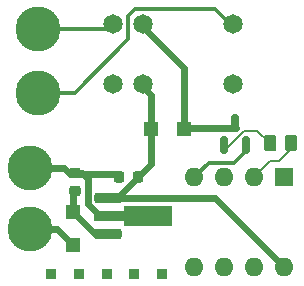
<source format=gbr>
%TF.GenerationSoftware,KiCad,Pcbnew,8.0.1*%
%TF.CreationDate,2024-12-19T13:08:10+01:00*%
%TF.ProjectId,on_off_switch,6f6e5f6f-6666-45f7-9377-697463682e6b,rev?*%
%TF.SameCoordinates,Original*%
%TF.FileFunction,Copper,L1,Top*%
%TF.FilePolarity,Positive*%
%FSLAX46Y46*%
G04 Gerber Fmt 4.6, Leading zero omitted, Abs format (unit mm)*
G04 Created by KiCad (PCBNEW 8.0.1) date 2024-12-19 13:08:10*
%MOMM*%
%LPD*%
G01*
G04 APERTURE LIST*
G04 Aperture macros list*
%AMRoundRect*
0 Rectangle with rounded corners*
0 $1 Rounding radius*
0 $2 $3 $4 $5 $6 $7 $8 $9 X,Y pos of 4 corners*
0 Add a 4 corners polygon primitive as box body*
4,1,4,$2,$3,$4,$5,$6,$7,$8,$9,$2,$3,0*
0 Add four circle primitives for the rounded corners*
1,1,$1+$1,$2,$3*
1,1,$1+$1,$4,$5*
1,1,$1+$1,$6,$7*
1,1,$1+$1,$8,$9*
0 Add four rect primitives between the rounded corners*
20,1,$1+$1,$2,$3,$4,$5,0*
20,1,$1+$1,$4,$5,$6,$7,0*
20,1,$1+$1,$6,$7,$8,$9,0*
20,1,$1+$1,$8,$9,$2,$3,0*%
%AMFreePoly0*
4,1,9,5.362500,-0.866500,1.237500,-0.866500,1.237500,-0.450000,-1.237500,-0.450000,-1.237500,0.450000,1.237500,0.450000,1.237500,0.866500,5.362500,0.866500,5.362500,-0.866500,5.362500,-0.866500,$1*%
G04 Aperture macros list end*
%TA.AperFunction,ComponentPad*%
%ADD10C,3.800000*%
%TD*%
%TA.AperFunction,SMDPad,CuDef*%
%ADD11RoundRect,0.250000X0.262500X0.450000X-0.262500X0.450000X-0.262500X-0.450000X0.262500X-0.450000X0*%
%TD*%
%TA.AperFunction,SMDPad,CuDef*%
%ADD12RoundRect,0.150000X0.150000X-0.587500X0.150000X0.587500X-0.150000X0.587500X-0.150000X-0.587500X0*%
%TD*%
%TA.AperFunction,ComponentPad*%
%ADD13R,0.850000X0.850000*%
%TD*%
%TA.AperFunction,ComponentPad*%
%ADD14C,1.650000*%
%TD*%
%TA.AperFunction,SMDPad,CuDef*%
%ADD15RoundRect,0.225000X0.250000X-0.225000X0.250000X0.225000X-0.250000X0.225000X-0.250000X-0.225000X0*%
%TD*%
%TA.AperFunction,SMDPad,CuDef*%
%ADD16RoundRect,0.225000X-0.925000X-0.225000X0.925000X-0.225000X0.925000X0.225000X-0.925000X0.225000X0*%
%TD*%
%TA.AperFunction,SMDPad,CuDef*%
%ADD17FreePoly0,0.000000*%
%TD*%
%TA.AperFunction,SMDPad,CuDef*%
%ADD18RoundRect,0.225000X0.225000X0.250000X-0.225000X0.250000X-0.225000X-0.250000X0.225000X-0.250000X0*%
%TD*%
%TA.AperFunction,ComponentPad*%
%ADD19R,1.600000X1.600000*%
%TD*%
%TA.AperFunction,ComponentPad*%
%ADD20O,1.600000X1.600000*%
%TD*%
%TA.AperFunction,SMDPad,CuDef*%
%ADD21R,1.200000X1.200000*%
%TD*%
%TA.AperFunction,Conductor*%
%ADD22C,0.600000*%
%TD*%
%TA.AperFunction,Conductor*%
%ADD23C,0.200000*%
%TD*%
%TA.AperFunction,Conductor*%
%ADD24C,0.350000*%
%TD*%
G04 APERTURE END LIST*
D10*
%TO.P,+12V,1,1*%
%TO.N,+12V*%
X118110000Y-67560000D03*
%TD*%
D11*
%TO.P,R1,1*%
%TO.N,base_signal*%
X140222500Y-60240000D03*
%TO.P,R1,2*%
%TO.N,Net-(Q1-B)*%
X138397500Y-60240000D03*
%TD*%
D12*
%TO.P,Q1,1,B*%
%TO.N,Net-(Q1-B)*%
X134540000Y-60405000D03*
%TO.P,Q1,2,E*%
%TO.N,GND*%
X136440000Y-60405000D03*
%TO.P,Q1,3,C*%
%TO.N,Net-(D1-A)*%
X135490000Y-58530000D03*
%TD*%
D10*
%TO.P,GND,1,1*%
%TO.N,GND*%
X118090000Y-62330000D03*
%TD*%
D13*
%TO.P,PB1,1,1*%
%TO.N,Net-(U1-PB1)*%
X126950000Y-71350000D03*
%TD*%
D14*
%TO.P,K1,1,NC*%
%TO.N,unconnected-(K1-NC-Pad1)*%
X125185000Y-55240000D03*
%TO.P,K1,2,COIL_1*%
%TO.N,+5V*%
X127725000Y-55240000D03*
%TO.P,K1,3,COM_1*%
%TO.N,unconnected-(K1-COM_1-Pad3)*%
X135345000Y-55240000D03*
%TO.P,K1,4,COM_2*%
%TO.N,MCU_PIN_AS&G*%
X135345000Y-50160000D03*
%TO.P,K1,5,COIL_2*%
%TO.N,Net-(D1-A)*%
X127725000Y-50160000D03*
%TO.P,K1,6,NO*%
%TO.N,12VSIGNAL_PIN_AS&G*%
X125185000Y-50160000D03*
%TD*%
D15*
%TO.P,C1,1*%
%TO.N,Net-(D2-K)*%
X121950000Y-64355000D03*
%TO.P,C1,2*%
%TO.N,GND*%
X121950000Y-62805000D03*
%TD*%
D16*
%TO.P,U2,1,OUT*%
%TO.N,+5V*%
X124740000Y-64930000D03*
D17*
%TO.P,U2,2,GND*%
%TO.N,GND*%
X124827500Y-66430000D03*
D16*
%TO.P,U2,3,IN*%
%TO.N,Net-(D2-K)*%
X124740000Y-67930000D03*
%TD*%
D10*
%TO.P,NO,1,1*%
%TO.N,12VSIGNAL_PIN_AS&G*%
X118777500Y-50630000D03*
%TD*%
%TO.P,COM,1,1*%
%TO.N,MCU_PIN_AS&G*%
X118777500Y-55980000D03*
%TD*%
D18*
%TO.P,C2,1*%
%TO.N,+5V*%
X127225000Y-63160000D03*
%TO.P,C2,2*%
%TO.N,GND*%
X125675000Y-63160000D03*
%TD*%
D13*
%TO.P,PB4,1,1*%
%TO.N,Net-(U1-PB4)*%
X119920000Y-71350000D03*
%TD*%
%TO.P,PB0,1,1*%
%TO.N,Net-(U1-PB0)*%
X129290000Y-71350000D03*
%TD*%
D19*
%TO.P,U1,1,~{RESET}/PB5*%
%TO.N,Net-(U1-~{RESET}{slash}PB5)*%
X139660000Y-63140000D03*
D20*
%TO.P,U1,2,PB3*%
%TO.N,base_signal*%
X137120000Y-63140000D03*
%TO.P,U1,3,PB4*%
%TO.N,Net-(U1-PB4)*%
X134580000Y-63140000D03*
%TO.P,U1,4,GND*%
%TO.N,GND*%
X132040000Y-63140000D03*
%TO.P,U1,5,PB0*%
%TO.N,Net-(U1-PB0)*%
X132040000Y-70760000D03*
%TO.P,U1,6,PB1*%
%TO.N,Net-(U1-PB1)*%
X134580000Y-70760000D03*
%TO.P,U1,7,PB2*%
%TO.N,Net-(U1-PB2)*%
X137120000Y-70760000D03*
%TO.P,U1,8,VCC*%
%TO.N,+5V*%
X139660000Y-70760000D03*
%TD*%
D13*
%TO.P,PB5,1,1*%
%TO.N,Net-(U1-~{RESET}{slash}PB5)*%
X122260000Y-71350000D03*
%TD*%
D21*
%TO.P,D2,1,K*%
%TO.N,Net-(D2-K)*%
X121730000Y-66080000D03*
%TO.P,D2,2,A*%
%TO.N,+12V*%
X121730000Y-68880000D03*
%TD*%
%TO.P,D1,1,K*%
%TO.N,+5V*%
X128350000Y-59110000D03*
%TO.P,D1,2,A*%
%TO.N,Net-(D1-A)*%
X131150000Y-59110000D03*
%TD*%
D13*
%TO.P,PB2,1,1*%
%TO.N,Net-(U1-PB2)*%
X124600000Y-71360000D03*
%TD*%
D22*
%TO.N,GND*%
X123050000Y-65421540D02*
X124058460Y-66430000D01*
X123050000Y-63310000D02*
X123050000Y-65421540D01*
X122545000Y-62805000D02*
X123050000Y-63310000D01*
X124058460Y-66430000D02*
X124827500Y-66430000D01*
X121950000Y-62805000D02*
X122545000Y-62805000D01*
X118580000Y-62330000D02*
X118580000Y-63140000D01*
X120980000Y-62330000D02*
X118580000Y-62330000D01*
X121530000Y-62880000D02*
X120980000Y-62330000D01*
X125675000Y-63160000D02*
X125395000Y-62880000D01*
X125395000Y-62880000D02*
X121530000Y-62880000D01*
D23*
%TO.N,Net-(Q1-B)*%
X137357500Y-59200000D02*
X138397500Y-60240000D01*
X134880000Y-60586948D02*
X136266948Y-59200000D01*
X136266948Y-59200000D02*
X137357500Y-59200000D01*
D24*
%TO.N,MCU_PIN_AS&G*%
X127020000Y-48900000D02*
X133750000Y-48900000D01*
X133750000Y-48900000D02*
X135310000Y-50460000D01*
X121910000Y-55980000D02*
X126430000Y-51460000D01*
X126430000Y-51460000D02*
X126430000Y-49490000D01*
X126430000Y-49490000D02*
X127020000Y-48900000D01*
X118777500Y-55980000D02*
X121910000Y-55980000D01*
D23*
%TO.N,base_signal*%
X139180000Y-61820000D02*
X140222500Y-60777500D01*
X140222500Y-60777500D02*
X140222500Y-60240000D01*
X138440000Y-61820000D02*
X139180000Y-61820000D01*
X137120000Y-63140000D02*
X138440000Y-61820000D01*
D22*
%TO.N,+12V*%
X120440000Y-67560000D02*
X121790000Y-68910000D01*
X118570000Y-67560000D02*
X120440000Y-67560000D01*
X118530000Y-67600000D02*
X118570000Y-67560000D01*
%TO.N,Net-(D2-K)*%
X121790000Y-64625000D02*
X122050000Y-64365000D01*
X121790000Y-66110000D02*
X121790000Y-64625000D01*
X123610000Y-67930000D02*
X121790000Y-66110000D01*
X124740000Y-67930000D02*
X123610000Y-67930000D01*
%TO.N,+12V*%
X118580000Y-67700000D02*
X118770000Y-67890000D01*
X118580000Y-67700000D02*
X118860000Y-67980000D01*
X118580000Y-67700000D02*
X119695000Y-67700000D01*
%TO.N,GND*%
X124137500Y-66390000D02*
X124018460Y-66390000D01*
D24*
X136507500Y-60827500D02*
X135425000Y-61910000D01*
X135425000Y-61910000D02*
X133270000Y-61910000D01*
X133270000Y-61910000D02*
X132040000Y-63140000D01*
D22*
%TO.N,+5V*%
X128350000Y-62035000D02*
X128350000Y-56200000D01*
X124050000Y-64890000D02*
X125495000Y-64890000D01*
X133790000Y-64890000D02*
X124050000Y-64890000D01*
X125495000Y-64890000D02*
X128350000Y-62035000D01*
X128350000Y-56200000D02*
X127690000Y-55540000D01*
X139660000Y-70760000D02*
X133790000Y-64890000D01*
%TO.N,Net-(D1-A)*%
X131150000Y-53920000D02*
X131150000Y-59110000D01*
X131150000Y-59110000D02*
X131307500Y-58952500D01*
X131307500Y-58952500D02*
X135557500Y-58952500D01*
X127690000Y-50460000D02*
X131150000Y-53920000D01*
D24*
%TO.N,12VSIGNAL_PIN_AS&G*%
X118777500Y-50630000D02*
X124980000Y-50630000D01*
X124980000Y-50630000D02*
X125150000Y-50460000D01*
D23*
%TO.N,Net-(Q1-B)*%
X138865000Y-60840000D02*
X138850000Y-60840000D01*
%TD*%
M02*

</source>
